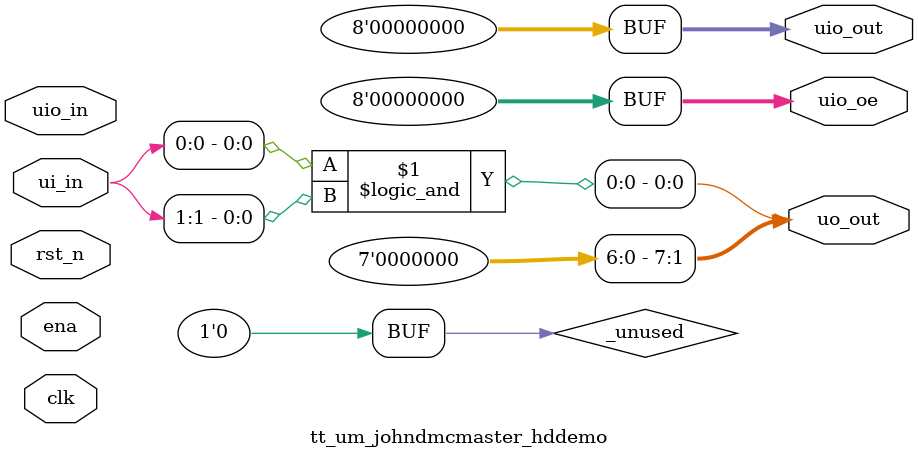
<source format=v>
/*
 * Copyright (c) 2024 Your Name
 * SPDX-License-Identifier: Apache-2.0
 */

`default_nettype none

module tt_um_johndmcmaster_hddemo (
    input  wire [7:0] ui_in,    // Dedicated inputs
    output wire [7:0] uo_out,   // Dedicated outputs
    input  wire [7:0] uio_in,   // IOs: Input path
    output wire [7:0] uio_out,  // IOs: Output path
    output wire [7:0] uio_oe,   // IOs: Enable path (active high: 0=input, 1=output)
    input  wire       ena,      // always 1 when the design is powered, so you can ignore it
    input  wire       clk,      // clock
    input  wire       rst_n     // reset_n - low to reset
);

  // All output pins must be assigned. If not used, assign to 0.
  //assign uo_out  = ui_in + uio_in;  // Example: ou_out is the sum of ui_in and uio_in
  assign uo_out[0] = ui_in[0] && ui_in[1];
  assign uo_out[7:1] = 7'b0;
  assign uio_out = 0;
  assign uio_oe  = 0;

  // List all unused inputs to prevent warnings
  wire _unused = &{ena, clk, rst_n, 1'b0};

endmodule

</source>
